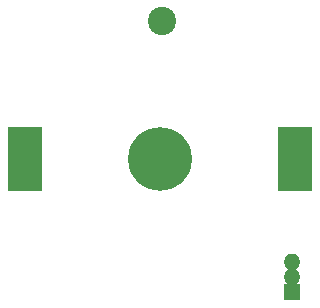
<source format=gbs>
G04 #@! TF.FileFunction,Soldermask,Bot*
%FSLAX46Y46*%
G04 Gerber Fmt 4.6, Leading zero omitted, Abs format (unit mm)*
G04 Created by KiCad (PCBNEW 4.0.7-e2-6376~60~ubuntu17.10.1) date Mon Apr  2 23:18:42 2018*
%MOMM*%
%LPD*%
G01*
G04 APERTURE LIST*
%ADD10C,0.100000*%
%ADD11C,5.400000*%
%ADD12R,2.900000X5.500000*%
%ADD13R,1.400000X1.400000*%
%ADD14O,1.400000X1.400000*%
%ADD15C,2.398980*%
G04 APERTURE END LIST*
D10*
D11*
X165018400Y-137591800D03*
D12*
X153568400Y-137591800D03*
X176468400Y-137591800D03*
D13*
X176212500Y-148844000D03*
D14*
X176212500Y-147574000D03*
X176212500Y-146304000D03*
D15*
X165201600Y-125882400D03*
M02*

</source>
